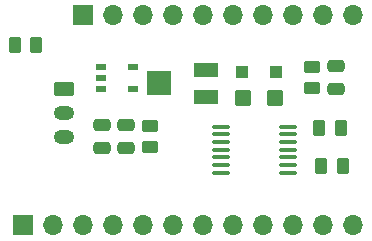
<source format=gbr>
%TF.GenerationSoftware,KiCad,Pcbnew,9.0.0*%
%TF.CreationDate,2025-04-10T05:16:25-06:00*%
%TF.ProjectId,WakeCircuit,57616b65-4369-4726-9375-69742e6b6963,rev?*%
%TF.SameCoordinates,Original*%
%TF.FileFunction,Soldermask,Top*%
%TF.FilePolarity,Negative*%
%FSLAX46Y46*%
G04 Gerber Fmt 4.6, Leading zero omitted, Abs format (unit mm)*
G04 Created by KiCad (PCBNEW 9.0.0) date 2025-04-10 05:16:25*
%MOMM*%
%LPD*%
G01*
G04 APERTURE LIST*
G04 Aperture macros list*
%AMRoundRect*
0 Rectangle with rounded corners*
0 $1 Rounding radius*
0 $2 $3 $4 $5 $6 $7 $8 $9 X,Y pos of 4 corners*
0 Add a 4 corners polygon primitive as box body*
4,1,4,$2,$3,$4,$5,$6,$7,$8,$9,$2,$3,0*
0 Add four circle primitives for the rounded corners*
1,1,$1+$1,$2,$3*
1,1,$1+$1,$4,$5*
1,1,$1+$1,$6,$7*
1,1,$1+$1,$8,$9*
0 Add four rect primitives between the rounded corners*
20,1,$1+$1,$2,$3,$4,$5,0*
20,1,$1+$1,$4,$5,$6,$7,0*
20,1,$1+$1,$6,$7,$8,$9,0*
20,1,$1+$1,$8,$9,$2,$3,0*%
G04 Aperture macros list end*
%ADD10RoundRect,0.250000X0.475000X-0.250000X0.475000X0.250000X-0.475000X0.250000X-0.475000X-0.250000X0*%
%ADD11RoundRect,0.250000X0.300000X0.300000X-0.300000X0.300000X-0.300000X-0.300000X0.300000X-0.300000X0*%
%ADD12R,1.700000X1.700000*%
%ADD13O,1.700000X1.700000*%
%ADD14RoundRect,0.250000X0.450000X-0.262500X0.450000X0.262500X-0.450000X0.262500X-0.450000X-0.262500X0*%
%ADD15RoundRect,0.250000X-0.475000X0.250000X-0.475000X-0.250000X0.475000X-0.250000X0.475000X0.250000X0*%
%ADD16RoundRect,0.250000X0.262500X0.450000X-0.262500X0.450000X-0.262500X-0.450000X0.262500X-0.450000X0*%
%ADD17R,0.972299X0.508000*%
%ADD18RoundRect,0.250000X-0.625000X0.350000X-0.625000X-0.350000X0.625000X-0.350000X0.625000X0.350000X0*%
%ADD19O,1.750000X1.200000*%
%ADD20RoundRect,0.250000X-0.262500X-0.450000X0.262500X-0.450000X0.262500X0.450000X-0.262500X0.450000X0*%
%ADD21RoundRect,0.250000X-0.450000X-0.425000X0.450000X-0.425000X0.450000X0.425000X-0.450000X0.425000X0*%
%ADD22RoundRect,0.100000X0.637500X0.100000X-0.637500X0.100000X-0.637500X-0.100000X0.637500X-0.100000X0*%
%ADD23R,2.000000X1.300000*%
%ADD24R,2.000000X2.000000*%
G04 APERTURE END LIST*
D10*
%TO.C,C1*%
X121000000Y-104700000D03*
X121000000Y-102800000D03*
%TD*%
D11*
%TO.C,D1*%
X115900000Y-103250000D03*
X113100000Y-103250000D03*
%TD*%
D12*
%TO.C,J1*%
X94550000Y-116250000D03*
D13*
X97090000Y-116250000D03*
X99630000Y-116250000D03*
X102170000Y-116250000D03*
X104710000Y-116250000D03*
X107250000Y-116250000D03*
X109790000Y-116250000D03*
X112330000Y-116250000D03*
X114870000Y-116250000D03*
X117410000Y-116250000D03*
X119950000Y-116250000D03*
X122490000Y-116250000D03*
%TD*%
%TO.C,J2*%
X122460000Y-98475000D03*
X119920000Y-98475000D03*
X117380000Y-98475000D03*
X114840000Y-98475000D03*
X112300000Y-98475000D03*
X109760000Y-98475000D03*
X107220000Y-98475000D03*
X104680000Y-98475000D03*
X102140000Y-98475000D03*
D12*
X99600000Y-98475000D03*
%TD*%
D14*
%TO.C,R2*%
X105250000Y-107837500D03*
X105250000Y-109662500D03*
%TD*%
D10*
%TO.C,C4*%
X101250000Y-107800000D03*
X101250000Y-109700000D03*
%TD*%
D15*
%TO.C,C3*%
X103250000Y-109700000D03*
X103250000Y-107800000D03*
%TD*%
D16*
%TO.C,R1*%
X95662500Y-101000000D03*
X93837500Y-101000000D03*
%TD*%
D17*
%TO.C,U1*%
X103862451Y-102850080D03*
X103862451Y-104750000D03*
X101137549Y-104750000D03*
X101137549Y-103800040D03*
X101137549Y-102850080D03*
%TD*%
D18*
%TO.C,J4*%
X98000000Y-104750000D03*
D19*
X98000000Y-106750000D03*
X98000000Y-108750000D03*
%TD*%
D20*
%TO.C,R5*%
X121575000Y-111250000D03*
X119750000Y-111250000D03*
%TD*%
D14*
%TO.C,R4*%
X119000000Y-104662500D03*
X119000000Y-102837500D03*
%TD*%
D21*
%TO.C,C2*%
X113150000Y-105500000D03*
X115850000Y-105500000D03*
%TD*%
D20*
%TO.C,R3*%
X121412500Y-108000000D03*
X119587500Y-108000000D03*
%TD*%
D22*
%TO.C,U3*%
X117000000Y-109850000D03*
X111275000Y-111150000D03*
X111275000Y-111800000D03*
X111275000Y-110500000D03*
X111275000Y-109850000D03*
X111275000Y-109200000D03*
X111275000Y-108550000D03*
X111275000Y-107900000D03*
X117000000Y-107900000D03*
X117000000Y-108550000D03*
X117000000Y-109200000D03*
X117000000Y-110500000D03*
X117000000Y-111150000D03*
X117000000Y-111800000D03*
%TD*%
D23*
%TO.C,RV1*%
X110000000Y-103100000D03*
D24*
X106000000Y-104250000D03*
D23*
X110000000Y-105400000D03*
%TD*%
M02*

</source>
